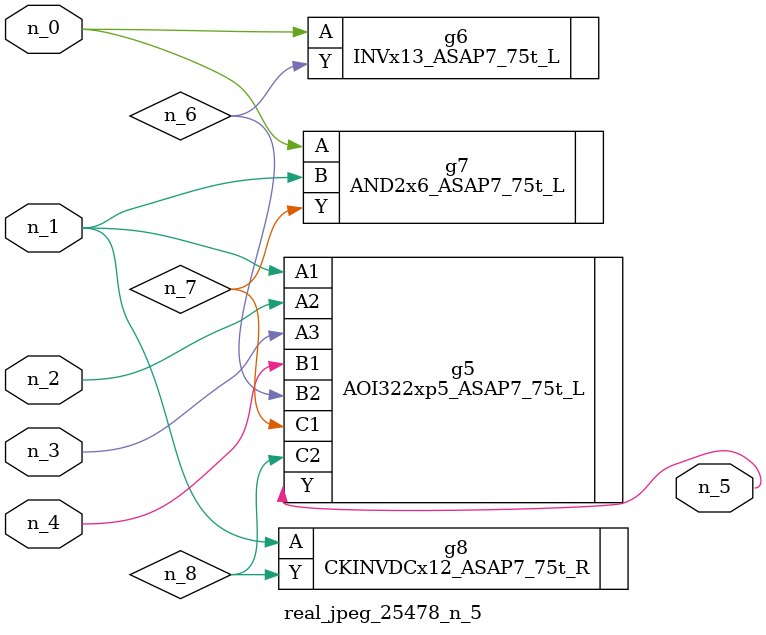
<source format=v>
module real_jpeg_25478_n_5 (n_4, n_0, n_1, n_2, n_3, n_5);

input n_4;
input n_0;
input n_1;
input n_2;
input n_3;

output n_5;

wire n_8;
wire n_6;
wire n_7;

INVx13_ASAP7_75t_L g6 ( 
.A(n_0),
.Y(n_6)
);

AND2x6_ASAP7_75t_L g7 ( 
.A(n_0),
.B(n_1),
.Y(n_7)
);

AOI322xp5_ASAP7_75t_L g5 ( 
.A1(n_1),
.A2(n_2),
.A3(n_3),
.B1(n_4),
.B2(n_6),
.C1(n_7),
.C2(n_8),
.Y(n_5)
);

CKINVDCx12_ASAP7_75t_R g8 ( 
.A(n_1),
.Y(n_8)
);


endmodule
</source>
